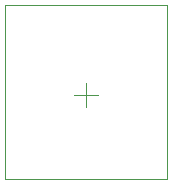
<source format=gbr>
%TF.GenerationSoftware,Altium Limited,Altium Designer,20.1.8 (145)*%
G04 Layer_Color=65280*
%FSLAX45Y45*%
%MOMM*%
%TF.SameCoordinates,B8344769-4606-4218-AAAC-353AEC7BCCEF*%
%TF.FilePolarity,Positive*%
%TF.FileFunction,Other,Top_Assembly*%
%TF.Part,Single*%
G01*
G75*
%TA.AperFunction,NonConductor*%
%ADD30C,0.10160*%
D30*
X1364541Y62980D02*
Y1537980D01*
X-10459D02*
X1364541D01*
X-10459Y62980D02*
Y1537980D01*
Y62980D02*
X1364541D01*
X577041Y775480D02*
X777041D01*
X677041Y675479D02*
Y875480D01*
%TF.MD5,61d7c45eab4ce013b5ca1808db751a61*%
M02*

</source>
